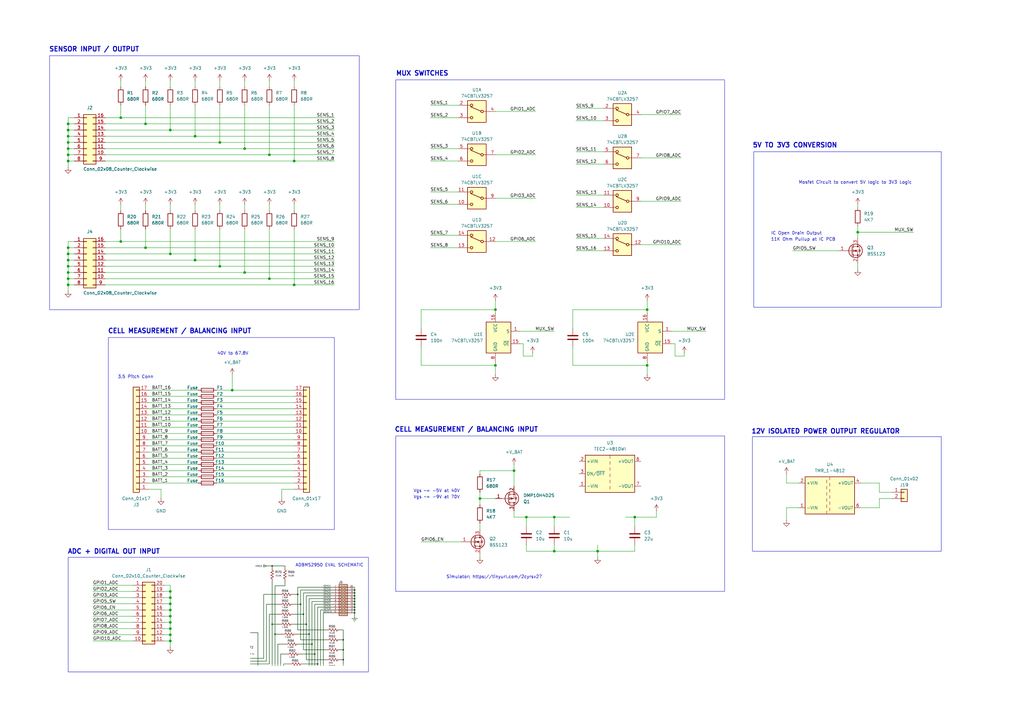
<source format=kicad_sch>
(kicad_sch (version 20231120) (generator "eeschema") (generator_version "8.0")
  (paper "A3")
  (junction (at 260.35 212.09))
  (junction (at 69.85 104.14))
  (junction (at 203.2 149.86))
  (junction (at 27.94 58.42))
  (junction (at 227.33 212.09))
  (junction (at 90.17 58.42))
  (junction (at 203.2 127))
  (junction (at 227.33 226.06))
  (junction (at 27.94 101.6))
  (junction (at 69.85 260.35))
  (junction (at 100.33 111.76))
  (junction (at 90.17 109.22))
  (junction (at 27.94 104.14))
  (junction (at 69.85 255.27))
  (junction (at 120.65 116.84))
  (junction (at 100.33 60.96))
  (junction (at 80.01 106.68))
  (junction (at 265.43 149.86))
  (junction (at 27.94 50.8))
  (junction (at 69.85 53.34))
  (junction (at 49.53 48.26))
  (junction (at 59.69 101.6))
  (junction (at 27.94 66.04))
  (junction (at 196.85 204.47))
  (junction (at 27.94 109.22))
  (junction (at 69.85 242.57))
  (junction (at 27.94 60.96))
  (junction (at 110.49 63.5))
  (junction (at 265.43 127))
  (junction (at 27.94 55.88))
  (junction (at 49.53 99.06))
  (junction (at 27.94 114.3))
  (junction (at 27.94 116.84))
  (junction (at 80.01 55.88))
  (junction (at 69.85 252.73))
  (junction (at 27.94 63.5))
  (junction (at 95.25 160.02))
  (junction (at 69.85 257.81))
  (junction (at 210.82 193.04))
  (junction (at 27.94 53.34))
  (junction (at 215.9 212.09))
  (junction (at 120.65 66.04))
  (junction (at 69.85 247.65))
  (junction (at 27.94 111.76))
  (junction (at 69.85 262.89))
  (junction (at 110.49 114.3))
  (junction (at 69.85 245.11))
  (junction (at 245.11 226.06))
  (junction (at 59.69 50.8))
  (junction (at 27.94 106.68))
  (junction (at 69.85 250.19))
  (junction (at 351.79 95.25))
  (wire (pts (xy 43.18 55.88) (xy 80.01 55.88)))
  (wire (pts (xy 60.96 162.56) (xy 81.28 162.56)))
  (wire (pts (xy 279.4 64.77) (xy 262.89 64.77)))
  (wire (pts (xy 30.48 104.14) (xy 27.94 104.14)))
  (wire (pts (xy 120.65 172.72) (xy 88.9 172.72)))
  (wire (pts (xy 365.76 201.93) (xy 360.68 201.93)))
  (wire (pts (xy 38.1 250.19) (xy 54.61 250.19)))
  (wire (pts (xy 351.79 85.09) (xy 351.79 83.82)))
  (wire (pts (xy 43.18 111.76) (xy 100.33 111.76)))
  (wire (pts (xy 80.01 43.18) (xy 80.01 55.88)))
  (wire (pts (xy 27.94 55.88) (xy 27.94 58.42)))
  (wire (pts (xy 27.94 53.34) (xy 27.94 55.88)))
  (wire (pts (xy 43.18 58.42) (xy 90.17 58.42)))
  (wire (pts (xy 120.65 83.82) (xy 120.65 86.36)))
  (wire (pts (xy 110.49 93.98) (xy 110.49 114.3)))
  (wire (pts (xy 210.82 193.04) (xy 210.82 199.39)))
  (wire (pts (xy 60.96 182.88) (xy 81.28 182.88)))
  (wire (pts (xy 100.33 43.18) (xy 100.33 60.96)))
  (wire (pts (xy 172.72 127) (xy 203.2 127)))
  (wire (pts (xy 27.94 58.42) (xy 27.94 60.96)))
  (wire (pts (xy 60.96 190.5) (xy 81.28 190.5)))
  (wire (pts (xy 88.9 165.1) (xy 120.65 165.1)))
  (wire (pts (xy 276.86 146.05) (xy 280.67 146.05)))
  (wire (pts (xy 115.57 204.47) (xy 115.57 200.66)))
  (wire (pts (xy 260.35 226.06) (xy 245.11 226.06)))
  (wire (pts (xy 27.94 50.8) (xy 27.94 53.34)))
  (wire (pts (xy 360.68 204.47) (xy 365.76 204.47)))
  (wire (pts (xy 59.69 50.8) (xy 137.16 50.8)))
  (wire (pts (xy 69.85 43.18) (xy 69.85 53.34)))
  (wire (pts (xy 27.94 106.68) (xy 27.94 109.22)))
  (wire (pts (xy 280.67 146.05) (xy 280.67 144.78)))
  (wire (pts (xy 67.31 257.81) (xy 69.85 257.81)))
  (wire (pts (xy 30.48 48.26) (xy 27.94 48.26)))
  (wire (pts (xy 69.85 83.82) (xy 69.85 86.36)))
  (wire (pts (xy 236.22 49.53) (xy 247.65 49.53)))
  (wire (pts (xy 100.33 60.96) (xy 137.16 60.96)))
  (wire (pts (xy 60.96 170.18) (xy 81.28 170.18)))
  (wire (pts (xy 49.53 93.98) (xy 49.53 99.06)))
  (wire (pts (xy 60.96 165.1) (xy 81.28 165.1)))
  (wire (pts (xy 38.1 242.57) (xy 54.61 242.57)))
  (wire (pts (xy 219.71 99.06) (xy 203.2 99.06)))
  (wire (pts (xy 351.79 95.25) (xy 351.79 97.79)))
  (wire (pts (xy 27.94 109.22) (xy 27.94 111.76)))
  (wire (pts (xy 120.65 170.18) (xy 88.9 170.18)))
  (wire (pts (xy 227.33 135.89) (xy 213.36 135.89)))
  (wire (pts (xy 60.96 200.66) (xy 66.04 200.66)))
  (wire (pts (xy 43.18 50.8) (xy 59.69 50.8)))
  (wire (pts (xy 289.56 135.89) (xy 275.59 135.89)))
  (wire (pts (xy 260.35 212.09) (xy 269.24 212.09)))
  (wire (pts (xy 279.4 82.55) (xy 262.89 82.55)))
  (wire (pts (xy 110.49 63.5) (xy 137.16 63.5)))
  (wire (pts (xy 196.85 201.93) (xy 196.85 204.47)))
  (wire (pts (xy 269.24 209.55) (xy 269.24 212.09)))
  (wire (pts (xy 90.17 109.22) (xy 137.16 109.22)))
  (wire (pts (xy 90.17 33.02) (xy 90.17 35.56)))
  (wire (pts (xy 90.17 43.18) (xy 90.17 58.42)))
  (wire (pts (xy 236.22 102.87) (xy 247.65 102.87)))
  (wire (pts (xy 49.53 99.06) (xy 137.16 99.06)))
  (wire (pts (xy 172.72 127) (xy 172.72 134.62)))
  (wire (pts (xy 234.95 142.24) (xy 234.95 149.86)))
  (wire (pts (xy 360.68 208.28) (xy 353.06 208.28)))
  (wire (pts (xy 69.85 240.03) (xy 69.85 242.57)))
  (wire (pts (xy 172.72 149.86) (xy 203.2 149.86)))
  (wire (pts (xy 60.96 193.04) (xy 81.28 193.04)))
  (wire (pts (xy 27.94 104.14) (xy 27.94 106.68)))
  (wire (pts (xy 120.65 193.04) (xy 88.9 193.04)))
  (wire (pts (xy 227.33 212.09) (xy 227.33 215.9)))
  (wire (pts (xy 247.65 80.01) (xy 236.22 80.01)))
  (wire (pts (xy 49.53 48.26) (xy 137.16 48.26)))
  (wire (pts (xy 30.48 109.22) (xy 27.94 109.22)))
  (wire (pts (xy 196.85 207.01) (xy 196.85 204.47)))
  (wire (pts (xy 215.9 226.06) (xy 227.33 226.06)))
  (wire (pts (xy 120.65 43.18) (xy 120.65 66.04)))
  (wire (pts (xy 214.63 140.97) (xy 214.63 146.05)))
  (wire (pts (xy 120.65 195.58) (xy 88.9 195.58)))
  (wire (pts (xy 69.85 93.98) (xy 69.85 104.14)))
  (wire (pts (xy 43.18 106.68) (xy 80.01 106.68)))
  (wire (pts (xy 69.85 247.65) (xy 69.85 250.19)))
  (wire (pts (xy 80.01 83.82) (xy 80.01 86.36)))
  (wire (pts (xy 227.33 226.06) (xy 245.11 226.06)))
  (wire (pts (xy 43.18 109.22) (xy 90.17 109.22)))
  (wire (pts (xy 215.9 212.09) (xy 215.9 215.9)))
  (wire (pts (xy 203.2 148.59) (xy 203.2 149.86)))
  (wire (pts (xy 210.82 190.5) (xy 210.82 193.04)))
  (wire (pts (xy 176.53 96.52) (xy 187.96 96.52)))
  (wire (pts (xy 69.85 252.73) (xy 69.85 255.27)))
  (wire (pts (xy 276.86 140.97) (xy 276.86 146.05)))
  (wire (pts (xy 80.01 55.88) (xy 137.16 55.88)))
  (wire (pts (xy 203.2 149.86) (xy 203.2 153.67)))
  (wire (pts (xy 176.53 101.6) (xy 187.96 101.6)))
  (wire (pts (xy 100.33 33.02) (xy 100.33 35.56)))
  (wire (pts (xy 210.82 209.55) (xy 210.82 212.09)))
  (wire (pts (xy 120.65 175.26) (xy 88.9 175.26)))
  (wire (pts (xy 67.31 240.03) (xy 69.85 240.03)))
  (wire (pts (xy 374.65 95.25) (xy 351.79 95.25)))
  (wire (pts (xy 38.1 255.27) (xy 54.61 255.27)))
  (wire (pts (xy 60.96 198.12) (xy 81.28 198.12)))
  (wire (pts (xy 322.58 198.12) (xy 327.66 198.12)))
  (wire (pts (xy 344.17 102.87) (xy 325.12 102.87)))
  (wire (pts (xy 67.31 252.73) (xy 69.85 252.73)))
  (wire (pts (xy 227.33 212.09) (xy 233.68 212.09)))
  (wire (pts (xy 27.94 111.76) (xy 27.94 114.3)))
  (wire (pts (xy 110.49 43.18) (xy 110.49 63.5)))
  (wire (pts (xy 120.65 177.8) (xy 88.9 177.8)))
  (wire (pts (xy 265.43 128.27) (xy 265.43 127)))
  (wire (pts (xy 120.65 187.96) (xy 88.9 187.96)))
  (wire (pts (xy 176.53 48.26) (xy 187.96 48.26)))
  (wire (pts (xy 236.22 44.45) (xy 247.65 44.45)))
  (wire (pts (xy 30.48 111.76) (xy 27.94 111.76)))
  (wire (pts (xy 49.53 43.18) (xy 49.53 48.26)))
  (wire (pts (xy 27.94 101.6) (xy 27.94 104.14)))
  (wire (pts (xy 120.65 185.42) (xy 88.9 185.42)))
  (wire (pts (xy 43.18 99.06) (xy 49.53 99.06)))
  (wire (pts (xy 69.85 53.34) (xy 137.16 53.34)))
  (wire (pts (xy 30.48 50.8) (xy 27.94 50.8)))
  (wire (pts (xy 196.85 204.47) (xy 203.2 204.47)))
  (wire (pts (xy 43.18 53.34) (xy 69.85 53.34)))
  (wire (pts (xy 245.11 223.52) (xy 245.11 226.06)))
  (wire (pts (xy 100.33 111.76) (xy 137.16 111.76)))
  (wire (pts (xy 38.1 260.35) (xy 54.61 260.35)))
  (wire (pts (xy 67.31 250.19) (xy 69.85 250.19)))
  (wire (pts (xy 88.9 167.64) (xy 120.65 167.64)))
  (wire (pts (xy 234.95 149.86) (xy 265.43 149.86)))
  (wire (pts (xy 120.65 198.12) (xy 88.9 198.12)))
  (wire (pts (xy 60.96 177.8) (xy 81.28 177.8)))
  (wire (pts (xy 60.96 160.02) (xy 81.28 160.02)))
  (wire (pts (xy 236.22 97.79) (xy 247.65 97.79)))
  (wire (pts (xy 38.1 262.89) (xy 54.61 262.89)))
  (wire (pts (xy 110.49 33.02) (xy 110.49 35.56)))
  (wire (pts (xy 215.9 212.09) (xy 227.33 212.09)))
  (wire (pts (xy 60.96 167.64) (xy 81.28 167.64)))
  (wire (pts (xy 227.33 223.52) (xy 227.33 226.06)))
  (wire (pts (xy 256.54 212.09) (xy 260.35 212.09)))
  (wire (pts (xy 115.57 200.66) (xy 120.65 200.66)))
  (wire (pts (xy 67.31 260.35) (xy 69.85 260.35)))
  (wire (pts (xy 120.65 180.34) (xy 88.9 180.34)))
  (wire (pts (xy 260.35 212.09) (xy 260.35 215.9)))
  (wire (pts (xy 213.36 140.97) (xy 214.63 140.97)))
  (wire (pts (xy 247.65 67.31) (xy 236.22 67.31)))
  (wire (pts (xy 172.72 142.24) (xy 172.72 149.86)))
  (wire (pts (xy 196.85 214.63) (xy 196.85 217.17)))
  (wire (pts (xy 69.85 260.35) (xy 69.85 262.89)))
  (wire (pts (xy 176.53 66.04) (xy 187.96 66.04)))
  (wire (pts (xy 59.69 33.02) (xy 59.69 35.56)))
  (wire (pts (xy 360.68 204.47) (xy 360.68 208.28)))
  (wire (pts (xy 100.33 93.98) (xy 100.33 111.76)))
  (wire (pts (xy 80.01 93.98) (xy 80.01 106.68)))
  (wire (pts (xy 176.53 43.18) (xy 187.96 43.18)))
  (wire (pts (xy 27.94 48.26) (xy 27.94 50.8)))
  (wire (pts (xy 234.95 127) (xy 265.43 127)))
  (wire (pts (xy 214.63 146.05) (xy 218.44 146.05)))
  (wire (pts (xy 100.33 83.82) (xy 100.33 86.36)))
  (wire (pts (xy 210.82 212.09) (xy 215.9 212.09)))
  (wire (pts (xy 110.49 114.3) (xy 137.16 114.3)))
  (wire (pts (xy 90.17 93.98) (xy 90.17 109.22)))
  (wire (pts (xy 172.72 222.25) (xy 189.23 222.25)))
  (wire (pts (xy 265.43 123.19) (xy 265.43 127)))
  (wire (pts (xy 351.79 110.49) (xy 351.79 107.95)))
  (wire (pts (xy 59.69 93.98) (xy 59.69 101.6)))
  (wire (pts (xy 322.58 208.28) (xy 322.58 213.36)))
  (wire (pts (xy 27.94 116.84) (xy 30.48 116.84)))
  (wire (pts (xy 69.85 242.57) (xy 69.85 245.11)))
  (wire (pts (xy 69.85 104.14) (xy 137.16 104.14)))
  (wire (pts (xy 59.69 43.18) (xy 59.69 50.8)))
  (wire (pts (xy 110.49 83.82) (xy 110.49 86.36)))
  (wire (pts (xy 69.85 255.27) (xy 69.85 257.81)))
  (wire (pts (xy 38.1 247.65) (xy 54.61 247.65)))
  (wire (pts (xy 27.94 99.06) (xy 27.94 101.6)))
  (wire (pts (xy 27.94 66.04) (xy 27.94 68.58)))
  (wire (pts (xy 90.17 83.82) (xy 90.17 86.36)))
  (wire (pts (xy 203.2 127) (xy 203.2 128.27)))
  (wire (pts (xy 88.9 160.02) (xy 95.25 160.02)))
  (wire (pts (xy 38.1 245.11) (xy 54.61 245.11)))
  (wire (pts (xy 90.17 58.42) (xy 137.16 58.42)))
  (wire (pts (xy 120.65 190.5) (xy 88.9 190.5)))
  (wire (pts (xy 120.65 66.04) (xy 137.16 66.04)))
  (wire (pts (xy 69.85 250.19) (xy 69.85 252.73)))
  (wire (pts (xy 95.25 160.02) (xy 95.25 153.67)))
  (wire (pts (xy 49.53 83.82) (xy 49.53 86.36)))
  (wire (pts (xy 69.85 245.11) (xy 69.85 247.65)))
  (wire (pts (xy 38.1 240.03) (xy 54.61 240.03)))
  (wire (pts (xy 247.65 85.09) (xy 236.22 85.09)))
  (wire (pts (xy 38.1 257.81) (xy 54.61 257.81)))
  (wire (pts (xy 120.65 182.88) (xy 88.9 182.88)))
  (wire (pts (xy 260.35 223.52) (xy 260.35 226.06)))
  (wire (pts (xy 67.31 255.27) (xy 69.85 255.27)))
  (wire (pts (xy 69.85 262.89) (xy 69.85 265.43)))
  (wire (pts (xy 43.18 116.84) (xy 120.65 116.84)))
  (wire (pts (xy 30.48 106.68) (xy 27.94 106.68)))
  (wire (pts (xy 60.96 172.72) (xy 81.28 172.72)))
  (wire (pts (xy 30.48 101.6) (xy 27.94 101.6)))
  (wire (pts (xy 43.18 66.04) (xy 120.65 66.04)))
  (wire (pts (xy 67.31 262.89) (xy 69.85 262.89)))
  (wire (pts (xy 196.85 228.6) (xy 196.85 227.33)))
  (wire (pts (xy 265.43 148.59) (xy 265.43 149.86)))
  (wire (pts (xy 30.48 55.88) (xy 27.94 55.88)))
  (wire (pts (xy 43.18 60.96) (xy 100.33 60.96)))
  (wire (pts (xy 43.18 104.14) (xy 69.85 104.14)))
  (wire (pts (xy 120.65 93.98) (xy 120.65 116.84)))
  (wire (pts (xy 219.71 45.72) (xy 203.2 45.72)))
  (wire (pts (xy 360.68 198.12) (xy 353.06 198.12)))
  (wire (pts (xy 203.2 123.19) (xy 203.2 127)))
  (wire (pts (xy 27.94 63.5) (xy 27.94 66.04)))
  (wire (pts (xy 120.65 116.84) (xy 137.16 116.84)))
  (wire (pts (xy 279.4 46.99) (xy 262.89 46.99)))
  (wire (pts (xy 95.25 160.02) (xy 120.65 160.02)))
  (wire (pts (xy 66.04 204.47) (xy 66.04 200.66)))
  (wire (pts (xy 360.68 201.93) (xy 360.68 198.12)))
  (wire (pts (xy 80.01 33.02) (xy 80.01 35.56)))
  (wire (pts (xy 30.48 99.06) (xy 27.94 99.06)))
  (wire (pts (xy 27.94 66.04) (xy 30.48 66.04)))
  (wire (pts (xy 59.69 101.6) (xy 137.16 101.6)))
  (wire (pts (xy 196.85 193.04) (xy 210.82 193.04)))
  (wire (pts (xy 67.31 247.65) (xy 69.85 247.65)))
  (wire (pts (xy 27.94 116.84) (xy 27.94 119.38)))
  (wire (pts (xy 43.18 48.26) (xy 49.53 48.26)))
  (wire (pts (xy 60.96 175.26) (xy 81.28 175.26)))
  (wire (pts (xy 176.53 83.82) (xy 187.96 83.82)))
  (wire (pts (xy 322.58 194.31) (xy 322.58 198.12)))
  (wire (pts (xy 49.53 33.02) (xy 49.53 35.56)))
  (wire (pts (xy 69.85 257.81) (xy 69.85 260.35)))
  (wire (pts (xy 88.9 162.56) (xy 120.65 162.56)))
  (wire (pts (xy 176.53 78.74) (xy 187.96 78.74)))
  (wire (pts (xy 196.85 193.04) (xy 196.85 194.31)))
  (wire (pts (xy 59.69 83.82) (xy 59.69 86.36)))
  (wire (pts (xy 67.31 242.57) (xy 69.85 242.57)))
  (wire (pts (xy 351.79 95.25) (xy 351.79 92.71)))
  (wire (pts (xy 30.48 53.34) (xy 27.94 53.34)))
  (wire (pts (xy 219.71 63.5) (xy 203.2 63.5)))
  (wire (pts (xy 43.18 63.5) (xy 110.49 63.5)))
  (wire (pts (xy 27.94 60.96) (xy 27.94 63.5)))
  (wire (pts (xy 30.48 58.42) (xy 27.94 58.42)))
  (wire (pts (xy 218.44 146.05) (xy 218.44 144.78)))
  (wire (pts (xy 60.96 180.34) (xy 81.28 180.34)))
  (wire (pts (xy 234.95 134.62) (xy 234.95 127)))
  (wire (pts (xy 69.85 33.02) (xy 69.85 35.56)))
  (wire (pts (xy 30.48 114.3) (xy 27.94 114.3)))
  (wire (pts (xy 176.53 60.96) (xy 187.96 60.96)))
  (wire (pts (xy 327.66 208.28) (xy 322.58 208.28)))
  (wire (pts (xy 30.48 63.5) (xy 27.94 63.5)))
  (wire (pts (xy 38.1 252.73) (xy 54.61 252.73)))
  (wire (pts (xy 60.96 187.96) (xy 81.28 187.96)))
  (wire (pts (xy 275.59 140.97) (xy 276.86 140.97)))
  (wire (pts (xy 30.48 60.96) (xy 27.94 60.96)))
  (wire (pts (xy 279.4 100.33) (xy 262.89 100.33)))
  (wire (pts (xy 120.65 33.02) (xy 120.65 35.56)))
  (wire (pts (xy 67.31 245.11) (xy 69.85 245.11)))
  (wire (pts (xy 60.96 195.58) (xy 81.28 195.58)))
  (wire (pts (xy 247.65 62.23) (xy 236.22 62.23)))
  (wire (pts (xy 43.18 114.3) (xy 110.49 114.3)))
  (wire (pts (xy 80.01 106.68) (xy 137.16 106.68)))
  (wire (pts (xy 43.18 101.6) (xy 59.69 101.6)))
  (wire (pts (xy 215.9 223.52) (xy 215.9 226.06)))
  (wire (pts (xy 27.94 114.3) (xy 27.94 116.84)))
  (wire (pts (xy 219.71 81.28) (xy 203.2 81.28)))
  (wire (pts (xy 60.96 185.42) (xy 81.28 185.42)))
  (wire (pts (xy 265.43 149.86) (xy 265.43 153.67)))
  (wire (pts (xy 245.11 228.6) (xy 245.11 226.06)))
  (rectangle (start 162.306 178.816) (end 297.18 242.57))
  (rectangle (start 27.94 228.6) (end 151.13 275.59))
  (rectangle (start 309.118 62.23) (end 386.08 125.984))
  (rectangle (start 162.306 32.766) (end 297.18 163.83))
  (rectangle (start 44.45 138.43) (end 137.16 217.17))
  (rectangle (start 20.32 22.86) (end 147.32 127))
  (rectangle (start 308.61 179.07) (end 386.08 226.06))
  (image (at 125.73 251.46) (scale 0.377267))
  (text "11K Ohm Pullup at IC PCB" (at 329.438 98.298 0) (effects (font (size 1.27 1.27))))
  (text "Vgs ~= -5V at 40V " (at 179.578 201.422 0) (effects (font (size 1.27 1.27))))
  (text "SENSOR INPUT / OUTPUT" (at 20.066 20.32 0) (effects (font (size 1.905 1.905) (thickness 0.381) (bold yes)) (justify left)))
  (text "ADBMS2950 EVAL SCHEMATIC" (at 135.128 231.902 0) (effects (font (size 1.27 1.27))))
  (text "CELL MEASUREMENT / BALANCING INPUT" (at 161.798 176.276 0) (effects (font (size 1.905 1.905) (thickness 0.381) (bold yes)) (justify left)))
  (text "40V to 67.8V" (at 95.504 145.034 0) (effects (font (size 1.27 1.27))))
  (text "12V ISOLATED POWER OUTPUT REGULATOR" (at 308.102 177.038 0) (effects (font (size 1.905 1.905) (thickness 0.381) (bold yes)) (justify left)))
  (text "3.5 Pitch Conn" (at 55.626 154.686 0) (effects (font (size 1.27 1.27))))
  (text "IC Open Drain Output" (at 326.644 95.758 0) (effects (font (size 1.27 1.27))))
  (text "ADC + DIGITAL OUT INPUT" (at 27.686 226.314 0) (effects (font (size 1.905 1.905) (thickness 0.381) (bold yes)) (justify left)))
  (text "Vgs ~= -9V at 70V " (at 179.578 203.962 0) (effects (font (size 1.27 1.27))))
  (text "Mosfet Circuit to convert 5V logic to 3V3 Logic" (at 350.774 74.93 0) (effects (font (size 1.27 1.27))))
  (text "MUX SWITCHES" (at 162.306 30.226 0) (effects (font (size 1.905 1.905) (thickness 0.381) (bold yes)) (justify left)))
  (text "Simulator: https://tinyurl.com/2cyrsv27" (at 202.692 236.728 0) (effects (font (size 1.27 1.27))))
  (text "CELL MEASUREMENT / BALANCING INPUT" (at 44.196 135.89 0) (effects (font (size 1.905 1.905) (thickness 0.381) (bold yes)) (justify left)))
  (text "5V TO 3V3 CONVERSION" (at 308.61 59.69 0) (effects (font (size 1.905 1.905) (thickness 0.381) (bold yes)) (justify left)))
  (label "SENS_11" (at 236.22 62.23 0))
  (label "GPIO5_SW" (at 38.1 247.65 0))
  (label "BATT_2" (at 62.23 195.58 0))
  (label "BATT_1" (at 62.23 198.12 0))
  (label "GPIO2_ADC" (at 219.71 63.5 180))
  (label "BATT_6" (at 62.23 185.42 0))
  (label "SENS_7" (at 137.16 63.5 180))
  (label "GPIO2_ADC" (at 38.1 242.57 0))
  (label "GPIO1_ADC" (at 38.1 240.03 0))
  (label "SENS_10" (at 137.16 101.6 180))
  (label "BATT_16" (at 62.23 160.02 0))
  (label "SENS_6" (at 137.16 60.96 180))
  (label "SENS_3" (at 176.53 60.96 0))
  (label "SENS_6" (at 176.53 83.82 0))
  (label "SENS_16" (at 236.22 102.87 0))
  (label "SENS_12" (at 236.22 67.31 0))
  (label "SENS_2" (at 137.16 50.8 180))
  (label "BATT_15" (at 62.23 162.56 0))
  (label "SENS_14" (at 236.22 85.09 0))
  (label "SENS_9" (at 137.16 99.06 180))
  (label "SENS_5" (at 137.16 58.42 180))
  (label "SENS_2" (at 176.53 48.26 0))
  (label "GPIO5_SW" (at 325.12 102.87 0))
  (label "SENS_14" (at 137.16 111.76 180))
  (label "SENS_13" (at 137.16 109.22 180))
  (label "BATT_13" (at 62.23 167.64 0))
  (label "BATT_8" (at 62.23 180.34 0))
  (label "BATT_14" (at 62.23 165.1 0))
  (label "GPIO8_ADC" (at 38.1 257.81 0))
  (label "SENS_11" (at 137.16 104.14 180))
  (label "GPIO3_ADC" (at 219.71 81.28 180))
  (label "GPIO6_EN" (at 172.72 222.25 0))
  (label "GPIO3_ADC" (at 38.1 245.11 0))
  (label "MUX_SW" (at 289.56 135.89 180))
  (label "SENS_13" (at 236.22 80.01 0))
  (label "MUX_SW" (at 374.65 95.25 180))
  (label "MUX_SW" (at 227.33 135.89 180))
  (label "BATT_12" (at 62.23 170.18 0))
  (label "BATT_3" (at 62.23 193.04 0))
  (label "SENS_10" (at 236.22 49.53 0))
  (label "SENS_12" (at 137.16 106.68 180))
  (label "SENS_3" (at 137.16 53.34 180))
  (label "SENS_15" (at 236.22 97.79 0))
  (label "GPIO6_ADC" (at 38.1 252.73 0))
  (label "SENS_16" (at 137.16 116.84 180))
  (label "SENS_9" (at 236.22 44.45 0))
  (label "GPIO6_EN" (at 38.1 250.19 0))
  (label "SENS_8" (at 176.53 101.6 0))
  (label "GPIO1_ADC" (at 219.71 45.72 180))
  (label "SENS_4" (at 176.53 66.04 0))
  (label "SENS_15" (at 137.16 114.3 180))
  (label "GPIO10_ADC" (at 279.4 100.33 180))
  (label "GPIO6_ADC" (at 219.71 99.06 180))
  (label "GPIO10_ADC" (at 38.1 262.89 0))
  (label "SENS_1" (at 137.16 48.26 180))
  (label "SENS_7" (at 176.53 96.52 0))
  (label "BATT_9" (at 62.23 177.8 0))
  (label "SENS_1" (at 176.53 43.18 0))
  (label "SENS_4" (at 137.16 55.88 180))
  (label "GPIO7_ADC" (at 279.4 46.99 180))
  (label "BATT_5" (at 62.23 187.96 0))
  (label "GPIO9_ADC" (at 38.1 260.35 0))
  (label "BATT_10" (at 62.23 175.26 0))
  (label "GPIO7_ADC" (at 38.1 255.27 0))
  (label "SENS_8" (at 137.16 66.04 180))
  (label "GPIO8_ADC" (at 279.4 64.77 180))
  (label "BATT_11" (at 62.23 172.72 0))
  (label "SENS_5" (at 176.53 78.74 0))
  (label "BATT_7" (at 62.23 182.88 0))
  (label "GPIO9_ADC" (at 279.4 82.55 180))
  (label "BATT_4" (at 62.23 190.5 0))
  (symbol (lib_id "Device:Fuse") (at 85.09 190.5 90) (unit 1)
    (property "Reference" "F13" (at 90.17 189.484 90))
    (property "Value" "Fuse" (at 78.994 189.484 90))
    (property "Description" "Fuse" (effects (hide yes)))
  )
  (symbol (lib_id "Device:C") (at 215.9 219.71 0) (unit 1)
    (property "Reference" "C2" (at 219.71 218.4399 0) (effects (justify left)))
    (property "Value" "10u" (at 219.71 220.9799 0) (effects (justify left)))
    (property "Description" "Unpolarized capacitor" (effects (hide yes)))
  )
  (symbol (lib_id "power:+3V3") (at 90.17 33.02 0) (unit 1)
    (property "Reference" "#PWR03" (effects (hide yes)))
    (property "Value" "+3V3" (at 90.17 27.94 0))
    (property "Description" "Power symbol creates a global label with name \"+3V3\"" (effects (hide yes)))
  )
  (symbol (lib_id "power:+3V3") (at 203.2 123.19 0) (unit 1)
    (property "Reference" "#PWR039" (effects (hide yes)))
    (property "Value" "+3V3" (at 203.2 118.11 0))
    (property "Description" "Power symbol creates a global label with name \"+3V3\"" (effects (hide yes)))
  )
  (symbol (lib_id "power:+3V3") (at 269.24 209.55 0) (unit 1)
    (property "Reference" "#PWR033" (effects (hide yes)))
    (property "Value" "+3V3" (at 269.24 204.47 0))
    (property "Description" "Power symbol creates a global label with name \"+3V3\"" (effects (hide yes)))
  )
  (symbol (lib_id "power:GND") (at 322.58 213.36 0) (mirror y) (unit 1)
    (property "Reference" "#PWR049" (effects (hide yes)))
    (property "Value" "GND" (effects (hide yes)))
    (property "Description" "Power symbol creates a global label with name \"GND\" , ground" (effects (hide yes)))
  )
  (symbol (lib_id "Device:Fuse") (at 85.09 180.34 90) (unit 1)
    (property "Reference" "F9" (at 90.17 179.324 90))
    (property "Value" "Fuse" (at 78.994 179.324 90))
    (property "Description" "Fuse" (effects (hide yes)))
  )
  (symbol (lib_id "Connector_Generic:Conn_01x17") (at 125.73 180.34 0) (mirror x) (unit 1)
    (property "Reference" "J5" (at 125.73 207.01 0))
    (property "Value" "Conn_01x17" (at 125.73 204.47 0))
    (property "Description" "Generic connector, single row, 01x17, script generated (kicad-library-utils/schlib/autogen/connector/)" (effects (hide yes)))
  )
  (symbol (lib_id "power:+3V3") (at 280.67 144.78 0) (unit 1)
    (property "Reference" "#PWR044" (effects (hide yes)))
    (property "Value" "+3V3" (at 280.67 139.7 0))
    (property "Description" "Power symbol creates a global label with name \"+3V3\"" (effects (hide yes)))
  )
  (symbol (lib_id "power:GND") (at 351.79 110.49 0) (mirror y) (unit 1)
    (property "Reference" "#PWR045" (effects (hide yes)))
    (property "Value" "GND" (effects (hide yes)))
    (property "Description" "Power symbol creates a global label with name \"GND\" , ground" (effects (hide yes)))
  )
  (symbol (lib_id "Device:R") (at 110.49 39.37 180) (unit 1)
    (property "Reference" "R7" (at 113.03 38.0999 0) (effects (justify right)))
    (property "Value" "680R" (at 113.03 40.6399 0) (effects (justify right)))
    (property "Description" "Resistor" (effects (hide yes)))
  )
  (symbol (lib_id "Device:R") (at 100.33 39.37 180) (unit 1)
    (property "Reference" "R6" (at 102.87 38.0999 0) (effects (justify right)))
    (property "Value" "680R" (at 102.87 40.6399 0) (effects (justify right)))
    (property "Description" "Resistor" (effects (hide yes)))
  )
  (symbol (lib_id "power:GND") (at 69.85 265.43 0) (mirror y) (unit 1)
    (property "Reference" "#PWR038" (effects (hide yes)))
    (property "Value" "GND" (effects (hide yes)))
    (property "Description" "Power symbol creates a global label with name \"GND\" , ground" (effects (hide yes)))
  )
  (symbol (lib_id "Device:R") (at 196.85 198.12 180) (unit 1)
    (property "Reference" "R17" (at 199.39 196.8499 0) (effects (justify right)))
    (property "Value" "680R" (at 199.39 199.3899 0) (effects (justify right)))
    (property "Description" "Resistor" (effects (hide yes)))
  )
  (symbol (lib_id "Device:R") (at 49.53 39.37 180) (unit 1)
    (property "Reference" "R1" (at 52.07 38.0999 0) (effects (justify right)))
    (property "Value" "680R" (at 52.07 40.6399 0) (effects (justify right)))
    (property "Description" "Resistor" (effects (hide yes)))
  )
  (symbol (lib_id "power:+3V3") (at 49.53 33.02 0) (unit 1)
    (property "Reference" "#PWR017" (effects (hide yes)))
    (property "Value" "+3V3" (at 49.53 27.94 0))
    (property "Description" "Power symbol creates a global label with name \"+3V3\"" (effects (hide yes)))
  )
  (symbol (lib_id "Device:Fuse") (at 85.09 185.42 90) (unit 1)
    (property "Reference" "F11" (at 90.17 184.404 90))
    (property "Value" "Fuse" (at 78.994 184.404 90))
    (property "Description" "Fuse" (effects (hide yes)))
  )
  (symbol (lib_id "74xx:74CBTLV3257") (at 195.58 45.72 0) (mirror y) (unit 1)
    (property "Reference" "U1" (at 195.58 36.83 0))
    (property "Value" "74CBTLV3257" (at 195.58 39.37 0))
    (property "Datasheet" "http://www.ti.com/lit/ds/symlink/sn74cbtlv3257.pdf" (effects (hide yes)))
    (property "Description" "Quad 1:2 FET Multiplexer/Demultiplexer, Low-Voltage" (effects (hide yes)))
  )
  (symbol (lib_id "power:+3V3") (at 80.01 83.82 0) (unit 1)
    (property "Reference" "#PWR012" (effects (hide yes)))
    (property "Value" "+3V3" (at 80.01 78.74 0))
    (property "Description" "Power symbol creates a global label with name \"+3V3\"" (effects (hide yes)))
  )
  (symbol (lib_id "power:+3V3") (at 210.82 190.5 0) (unit 1)
    (property "Reference" "#PWR036" (effects (hide yes)))
    (property "Value" "+V_BAT" (at 210.82 185.42 0))
    (property "Description" "Power symbol creates a global label with name \"+3V3\"" (effects (hide yes)))
  )
  (symbol (lib_id "Transistor_FET:BSS123") (at 349.25 102.87 0) (unit 1)
    (property "Reference" "Q3" (at 355.6 101.5999 0) (effects (justify left)))
    (property "Value" "BSS123" (at 355.6 104.1399 0) (effects (justify left)))
    (property "Footprint" "Package_TO_SOT_SMD:SOT-23" (effects (hide yes)))
    (property "Datasheet" "http://www.diodes.com/assets/Datasheets/ds30366.pdf" (effects (hide yes)))
    (property "Description" "0.17A Id, 100V Vds, N-Channel MOSFET, SOT-23" (effects (hide yes)))
  )
  (symbol (lib_id "Converter_DCDC:TEC2-4810WI") (at 250.19 194.31 0) (unit 1)
    (property "Reference" "U3" (at 250.19 181.61 0))
    (property "Value" "TEC2-4810WI" (at 250.19 184.15 0))
    (property "Footprint" "Converter_DCDC:Converter_DCDC_TRACO_TMR-xxxx_THT" (effects (hide yes)))
    (property "Datasheet" "https://www.tracopower.com/products/tec2wi.pdf" (effects (hide yes)))
    (property "Description" "500mA Regulated 2W DC/DC converter with 1.5kV isolation, 18V-75V input, 3.3V fixed Output Voltage, SIP-8" (effects (hide yes)))
  )
  (symbol (lib_id "74xx:74CBTLV3257") (at 265.43 138.43 0) (mirror y) (unit 5)
    (property "Reference" "U2" (at 260.35 137.1599 0) (effects (justify left)))
    (property "Value" "74CBTLV3257" (at 260.35 139.6999 0) (effects (justify left)))
    (property "Datasheet" "http://www.ti.com/lit/ds/symlink/sn74cbtlv3257.pdf" (effects (hide yes)))
    (property "Description" "Quad 1:2 FET Multiplexer/Demultiplexer, Low-Voltage" (effects (hide yes)))
  )
  (symbol (lib_id "Device:C") (at 172.72 138.43 0) (unit 1)
    (property "Reference" "C4" (at 176.53 137.1599 0) (effects (justify left)))
    (property "Value" "100n" (at 176.53 139.6999 0) (effects (justify left)))
    (property "Description" "Unpolarized capacitor" (effects (hide yes)))
  )
  (symbol (lib_id "power:+3V3") (at 95.25 153.67 0) (unit 1)
    (property "Reference" "#PWR021" (effects (hide yes)))
    (property "Value" "+V_BAT" (at 95.25 148.59 0))
    (property "Description" "Power symbol creates a global label with name \"+3V3\"" (effects (hide yes)))
  )
  (symbol (lib_id "Device:R") (at 351.79 88.9 180) (unit 1)
    (property "Reference" "R19" (at 354.33 87.6299 0) (effects (justify right)))
    (property "Value" "4K7" (at 354.33 90.1699 0) (effects (justify right)))
    (property "Description" "Resistor" (effects (hide yes)))
  )
  (symbol (lib_id "74xx:74CBTLV3257") (at 255.27 100.33 0) (mirror y) (unit 4)
    (property "Reference" "U2" (at 255.27 91.44 0))
    (property "Value" "74CBTLV3257" (at 255.27 93.98 0))
    (property "Datasheet" "http://www.ti.com/lit/ds/symlink/sn74cbtlv3257.pdf" (effects (hide yes)))
    (property "Description" "Quad 1:2 FET Multiplexer/Demultiplexer, Low-Voltage" (effects (hide yes)))
  )
  (symbol (lib_id "Device:R") (at 90.17 90.17 180) (unit 1)
    (property "Reference" "R24" (at 92.71 88.8999 0) (effects (justify right)))
    (property "Value" "680R" (at 92.71 91.4399 0) (effects (justify right)))
    (property "Description" "Resistor" (effects (hide yes)))
  )
  (symbol (lib_id "power:+3V3") (at 100.33 83.82 0) (unit 1)
    (property "Reference" "#PWR014" (effects (hide yes)))
    (property "Value" "+3V3" (at 100.33 78.74 0))
    (property "Description" "Power symbol creates a global label with name \"+3V3\"" (effects (hide yes)))
  )
  (symbol (lib_id "power:+3V3") (at 120.65 83.82 0) (unit 1)
    (property "Reference" "#PWR016" (effects (hide yes)))
    (property "Value" "+3V3" (at 120.65 78.74 0))
    (property "Description" "Power symbol creates a global label with name \"+3V3\"" (effects (hide yes)))
  )
  (symbol (lib_id "power:+3V3") (at 69.85 83.82 0) (unit 1)
    (property "Reference" "#PWR011" (effects (hide yes)))
    (property "Value" "+3V3" (at 69.85 78.74 0))
    (property "Description" "Power symbol creates a global label with name \"+3V3\"" (effects (hide yes)))
  )
  (symbol (lib_id "Device:R") (at 110.49 90.17 180) (unit 1)
    (property "Reference" "R26" (at 113.03 88.8999 0) (effects (justify right)))
    (property "Value" "680R" (at 113.03 91.4399 0) (effects (justify right)))
    (property "Description" "Resistor" (effects (hide yes)))
  )
  (symbol (lib_id "Regulator_Switching:TMR_1-4812") (at 340.36 203.2 0) (unit 1)
    (property "Reference" "U4" (at 340.36 190.5 0))
    (property "Value" "TMR_1-4812" (at 340.36 193.04 0))
    (property "Footprint" "Converter_DCDC:Converter_DCDC_TRACO_TMR-1-xxxx_Single_THT" (effects (hide yes)))
    (property "Datasheet" "http://assets.tracopower.com/TMR1/documents/tmr1-datasheet.pdf" (effects (hide yes)))
    (property "Description" "83mA Regulated 1W DC/DC converter with 1.5kV isolation, 36V-75V input, 12V fixed Output Voltage, SIP-6" (effects (hide yes)))
  )
  (symbol (lib_id "74xx:74CBTLV3257") (at 195.58 81.28 0) (mirror y) (unit 3)
    (property "Reference" "U1" (at 195.58 72.39 0))
    (property "Value" "74CBTLV3257" (at 195.58 74.93 0))
    (property "Datasheet" "http://www.ti.com/lit/ds/symlink/sn74cbtlv3257.pdf" (effects (hide yes)))
    (property "Description" "Quad 1:2 FET Multiplexer/Demultiplexer, Low-Voltage" (effects (hide yes)))
  )
  (symbol (lib_id "Device:R") (at 69.85 90.17 180) (unit 1)
    (property "Reference" "R22" (at 72.39 88.8999 0) (effects (justify right)))
    (property "Value" "680R" (at 72.39 91.4399 0) (effects (justify right)))
    (property "Description" "Resistor" (effects (hide yes)))
  )
  (symbol (lib_id "Device:Fuse") (at 85.09 172.72 90) (unit 1)
    (property "Reference" "F6" (at 90.17 171.704 90))
    (property "Value" "Fuse" (at 78.994 171.704 90))
    (property "Description" "Fuse" (effects (hide yes)))
  )
  (symbol (lib_id "power:+3V3") (at 49.53 83.82 0) (unit 1)
    (property "Reference" "#PWR09" (effects (hide yes)))
    (property "Value" "+3V3" (at 49.53 78.74 0))
    (property "Description" "Power symbol creates a global label with name \"+3V3\"" (effects (hide yes)))
  )
  (symbol (lib_id "Connector_Generic:Conn_01x02") (at 370.84 201.93 0) (unit 1)
    (property "Reference" "J19" (at 370.84 198.882 0))
    (property "Value" "Conn_01x02" (at 370.84 196.342 0))
    (property "Description" "Generic connector, single row, 01x02, script generated (kicad-library-utils/schlib/autogen/connector/)" (effects (hide yes)))
  )
  (symbol (lib_id "Transistor_FET:BSS123") (at 194.31 222.25 0) (unit 1)
    (property "Reference" "Q2" (at 200.66 220.9799 0) (effects (justify left)))
    (property "Value" "BSS123" (at 200.66 223.5199 0) (effects (justify left)))
    (property "Footprint" "Package_TO_SOT_SMD:SOT-23" (effects (hide yes)))
    (property "Datasheet" "http://www.diodes.com/assets/Datasheets/ds30366.pdf" (effects (hide yes)))
    (property "Description" "0.17A Id, 100V Vds, N-Channel MOSFET, SOT-23" (effects (hide yes)))
  )
  (symbol (lib_id "Device:R") (at 100.33 90.17 180) (unit 1)
    (property "Reference" "R25" (at 102.87 88.8999 0) (effects (justify right)))
    (property "Value" "680R" (at 102.87 91.4399 0) (effects (justify right)))
    (property "Description" "Resistor" (effects (hide yes)))
  )
  (symbol (lib_id "power:+3V3") (at 59.69 33.02 0) (unit 1)
    (property "Reference" "#PWR018" (effects (hide yes)))
    (property "Value" "+3V3" (at 59.69 27.94 0))
    (property "Description" "Power symbol creates a global label with name \"+3V3\"" (effects (hide yes)))
  )
  (symbol (lib_id "Device:R") (at 49.53 90.17 180) (unit 1)
    (property "Reference" "R20" (at 52.07 88.8999 0) (effects (justify right)))
    (property "Value" "680R" (at 52.07 91.4399 0) (effects (justify right)))
    (property "Description" "Resistor" (effects (hide yes)))
  )
  (symbol (lib_id "Device:R") (at 59.69 90.17 180) (unit 1)
    (property "Reference" "R21" (at 62.23 88.8999 0) (effects (justify right)))
    (property "Value" "680R" (at 62.23 91.4399 0) (effects (justify right)))
    (property "Description" "Resistor" (effects (hide yes)))
  )
  (symbol (lib_id "BMS-Mux-library:DMP10H4D2S") (at 208.28 204.47 0) (mirror x) (unit 1)
    (property "Reference" "Q1" (at 214.63 205.7401 0) (effects (justify left)))
    (property "Value" "DMP10H4D2S" (at 214.63 203.2001 0) (effects (justify left)))
    (property "Footprint" "Package_TO_SOT_SMD:SOT-23" (effects (hide yes)))
    (property "Description" "P-MOSFET transistor, gate/source/drain" (effects (hide yes)))
  )
  (symbol (lib_id "Device:C") (at 234.95 138.43 0) (unit 1)
    (property "Reference" "C5" (at 238.76 137.1599 0) (effects (justify left)))
    (property "Value" "100n" (at 238.76 139.6999 0) (effects (justify left)))
    (property "Description" "Unpolarized capacitor" (effects (hide yes)))
  )
  (symbol (lib_id "power:+3V3") (at 59.69 83.82 0) (unit 1)
    (property "Reference" "#PWR010" (effects (hide yes)))
    (property "Value" "+3V3" (at 59.69 78.74 0))
    (property "Description" "Power symbol creates a global label with name \"+3V3\"" (effects (hide yes)))
  )
  (symbol (lib_id "power:+3V3") (at 110.49 33.02 0) (unit 1)
    (property "Reference" "#PWR05" (effects (hide yes)))
    (property "Value" "+3V3" (at 110.49 27.94 0))
    (property "Description" "Power symbol creates a global label with name \"+3V3\"" (effects (hide yes)))
  )
  (symbol (lib_id "Device:Fuse") (at 85.09 198.12 90) (unit 1)
    (property "Reference" "F16" (at 90.17 197.104 90))
    (property "Value" "Fuse" (at 78.994 197.104 90))
    (property "Description" "Fuse" (effects (hide yes)))
  )
  (symbol (lib_id "Device:Fuse") (at 85.09 177.8 90) (unit 1)
    (property "Reference" "F8" (at 90.17 176.784 90))
    (property "Value" "Fuse" (at 78.994 176.784 90))
    (property "Description" "Fuse" (effects (hide yes)))
  )
  (symbol (lib_id "power:+3V3") (at 265.43 123.19 0) (unit 1)
    (property "Reference" "#PWR040" (effects (hide yes)))
    (property "Value" "+3V3" (at 265.43 118.11 0))
    (property "Description" "Power symbol creates a global label with name \"+3V3\"" (effects (hide yes)))
  )
  (symbol (lib_id "power:+3V3") (at 80.01 33.02 0) (unit 1)
    (property "Reference" "#PWR02" (effects (hide yes)))
    (property "Value" "+3V3" (at 80.01 27.94 0))
    (property "Description" "Power symbol creates a global label with name \"+3V3\"" (effects (hide yes)))
  )
  (symbol (lib_id "Device:R") (at 90.17 39.37 180) (unit 1)
    (property "Reference" "R5" (at 92.71 38.0999 0) (effects (justify right)))
    (property "Value" "680R" (at 92.71 40.6399 0) (effects (justify right)))
    (property "Description" "Resistor" (effects (hide yes)))
  )
  (symbol (lib_id "power:+3V3") (at 351.79 83.82 0) (unit 1)
    (property "Reference" "#PWR046" (effects (hide yes)))
    (property "Value" "+3V3" (at 351.79 78.74 0))
    (property "Description" "Power symbol creates a global label with name \"+3V3\"" (effects (hide yes)))
  )
  (symbol (lib_id "Connector_Generic:Conn_02x08_Counter_Clockwise") (at 35.56 55.88 0) (unit 1)
    (property "Reference" "J2" (at 36.83 44.196 0))
    (property "Value" "Conn_02x08_Counter_Clockwise" (at 49.276 69.342 0))
    (property "Description" "Generic connector, double row, 02x08, counter clockwise pin numbering scheme (similar to DIP package numbering), script generated (kicad-library-utils/schlib/autogen/connector/)" (effects (hide yes)))
  )
  (symbol (lib_id "Device:R") (at 80.01 90.17 180) (unit 1)
    (property "Reference" "R23" (at 82.55 88.8999 0) (effects (justify right)))
    (property "Value" "680R" (at 82.55 91.4399 0) (effects (justify right)))
    (property "Description" "Resistor" (effects (hide yes)))
  )
  (symbol (lib_id "power:GND") (at 245.11 228.6 0) (mirror y) (unit 1)
    (property "Reference" "#PWR037" (effects (hide yes)))
    (property "Value" "GND" (effects (hide yes)))
    (property "Description" "Power symbol creates a global label with name \"GND\" , ground" (effects (hide yes)))
  )
  (symbol (lib_id "power:+3V3") (at 69.85 33.02 0) (unit 1)
    (property "Reference" "#PWR01" (effects (hide yes)))
    (property "Value" "+3V3" (at 69.85 27.94 0))
    (property "Description" "Power symbol creates a global label with name \"+3V3\"" (effects (hide yes)))
  )
  (symbol (lib_id "power:GND") (at 27.94 119.38 0) (mirror y) (unit 1)
    (property "Reference" "#PWR08" (effects (hide yes)))
    (property "Value" "GND" (effects (hide yes)))
    (property "Description" "Power symbol creates a global label with name \"GND\" , ground" (effects (hide yes)))
  )
  (symbol (lib_id "Device:C") (at 260.35 219.71 0) (unit 1)
    (property "Reference" "C3" (at 264.16 218.4399 0) (effects (justify left)))
    (property "Value" "22u" (at 264.16 220.9799 0) (effects (justify left)))
    (property "Description" "Unpolarized capacitor" (effects (hide yes)))
  )
  (symbol (lib_id "Device:Fuse") (at 85.09 160.02 90) (unit 1)
    (property "Reference" "F1" (at 90.17 159.004 90))
    (property "Value" "Fuse" (at 78.994 159.004 90))
    (property "Description" "Fuse" (effects (hide yes)))
  )
  (symbol (lib_id "power:GND") (at 66.04 204.47 0) (unit 1)
    (property "Reference" "#PWR019" (effects (hide yes)))
    (property "Value" "GND" (at 66.04 209.55 0))
    (property "Description" "Power symbol creates a global label with name \"GND\" , ground" (effects (hide yes)))
  )
  (symbol (lib_id "74xx:74CBTLV3257") (at 203.2 138.43 0) (mirror y) (unit 5)
    (property "Reference" "U1" (at 198.12 137.1599 0) (effects (justify left)))
    (property "Value" "74CBTLV3257" (at 198.12 139.6999 0) (effects (justify left)))
    (property "Datasheet" "http://www.ti.com/lit/ds/symlink/sn74cbtlv3257.pdf" (effects (hide yes)))
    (property "Description" "Quad 1:2 FET Multiplexer/Demultiplexer, Low-Voltage" (effects (hide yes)))
  )
  (symbol (lib_id "74xx:74CBTLV3257") (at 255.27 64.77 0) (mirror y) (unit 2)
    (property "Reference" "U2" (at 255.27 55.88 0))
    (property "Value" "74CBTLV3257" (at 255.27 58.42 0))
    (property "Datasheet" "http://www.ti.com/lit/ds/symlink/sn74cbtlv3257.pdf" (effects (hide yes)))
    (property "Description" "Quad 1:2 FET Multiplexer/Demultiplexer, Low-Voltage" (effects (hide yes)))
  )
  (symbol (lib_id "power:+3V3") (at 120.65 33.02 0) (unit 1)
    (property "Reference" "#PWR06" (effects (hide yes)))
    (property "Value" "+3V3" (at 120.65 27.94 0))
    (property "Description" "Power symbol creates a global label with name \"+3V3\"" (effects (hide yes)))
  )
  (symbol (lib_id "Device:Fuse") (at 85.09 175.26 90) (unit 1)
    (property "Reference" "F7" (at 90.17 174.244 90))
    (property "Value" "Fuse" (at 78.994 174.244 90))
    (property "Description" "Fuse" (effects (hide yes)))
  )
  (symbol (lib_id "Device:Fuse") (at 85.09 162.56 90) (unit 1)
    (property "Reference" "F2" (at 90.17 161.544 90))
    (property "Value" "Fuse" (at 78.994 161.544 90))
    (property "Description" "Fuse" (effects (hide yes)))
  )
  (symbol (lib_id "power:+3V3") (at 218.44 144.78 0) (unit 1)
    (property "Reference" "#PWR043" (effects (hide yes)))
    (property "Value" "+3V3" (at 218.44 139.7 0))
    (property "Description" "Power symbol creates a global label with name \"+3V3\"" (effects (hide yes)))
  )
  (symbol (lib_id "power:GND") (at 196.85 228.6 0) (mirror y) (unit 1)
    (property "Reference" "#PWR047" (effects (hide yes)))
    (property "Value" "GND" (effects (hide yes)))
    (property "Description" "Power symbol creates a global label with name \"GND\" , ground" (effects (hide yes)))
  )
  (symbol (lib_id "Device:Fuse") (at 85.09 170.18 90) (unit 1)
    (property "Reference" "F5" (at 90.17 169.164 90))
    (property "Value" "Fuse" (at 78.994 169.164 90))
    (property "Description" "Fuse" (effects (hide yes)))
  )
  (symbol (lib_id "74xx:74CBTLV3257") (at 255.27 82.55 0) (mirror y) (unit 3)
    (property "Reference" "U2" (at 255.27 73.66 0))
    (property "Value" "74CBTLV3257" (at 255.27 76.2 0))
    (property "Datasheet" "http://www.ti.com/lit/ds/symlink/sn74cbtlv3257.pdf" (effects (hide yes)))
    (property "Description" "Quad 1:2 FET Multiplexer/Demultiplexer, Low-Voltage" (effects (hide yes)))
  )
  (symbol (lib_id "Device:Fuse") (at 85.09 182.88 90) (unit 1)
    (property "Reference" "F10" (at 90.17 181.864 90))
    (property "Value" "Fuse" (at 78.994 181.864 90))
    (property "Description" "Fuse" (effects (hide yes)))
  )
  (symbol (lib_id "Connector_Generic:Conn_02x08_Counter_Clockwise") (at 35.56 106.68 0) (unit 1)
    (property "Reference" "J4" (at 36.83 94.996 0))
    (property "Value" "Conn_02x08_Counter_Clockwise" (at 49.276 120.142 0))
    (property "Description" "Generic connector, double row, 02x08, counter clockwise pin numbering scheme (similar to DIP package numbering), script generated (kicad-library-utils/schlib/autogen/connector/)" (effects (hide yes)))
  )
  (symbol (lib_id "Device:R") (at 120.65 39.37 180) (unit 1)
    (property "Reference" "R8" (at 123.19 38.0999 0) (effects (justify right)))
    (property "Value" "680R" (at 123.19 40.6399 0) (effects (justify right)))
    (property "Description" "Resistor" (effects (hide yes)))
  )
  (symbol (lib_id "74xx:74CBTLV3257") (at 195.58 63.5 0) (mirror y) (unit 2)
    (property "Reference" "U1" (at 195.58 54.61 0))
    (property "Value" "74CBTLV3257" (at 195.58 57.15 0))
    (property "Datasheet" "http://www.ti.com/lit/ds/symlink/sn74cbtlv3257.pdf" (effects (hide yes)))
    (property "Description" "Quad 1:2 FET Multiplexer/Demultiplexer, Low-Voltage" (effects (hide yes)))
  )
  (symbol (lib_id "Device:C") (at 227.33 219.71 0) (unit 1)
    (property "Reference" "C1" (at 231.14 218.4399 0) (effects (justify left)))
    (property "Value" "10u" (at 231.14 220.9799 0) (effects (justify left)))
    (property "Description" "Unpolarized capacitor" (effects (hide yes)))
  )
  (symbol (lib_id "power:GND") (at 115.57 204.47 0) (unit 1)
    (property "Reference" "#PWR020" (effects (hide yes)))
    (property "Value" "GND" (at 115.57 209.55 0))
    (property "Description" "Power symbol creates a global label with name \"GND\" , ground" (effects (hide yes)))
  )
  (symbol (lib_id "Device:Fuse") (at 85.09 193.04 90) (unit 1)
    (property "Reference" "F14" (at 90.17 192.024 90))
    (property "Value" "Fuse" (at 78.994 192.024 90))
    (property "Description" "Fuse" (effects (hide yes)))
  )
  (symbol (lib_id "Device:R") (at 80.01 39.37 180) (unit 1)
    (property "Reference" "R4" (at 82.55 38.0999 0) (effects (justify right)))
    (property "Value" "680R" (at 82.55 40.6399 0) (effects (justify right)))
    (property "Description" "Resistor" (effects (hide yes)))
  )
  (symbol (lib_id "Device:R") (at 196.85 210.82 180) (unit 1)
    (property "Reference" "R18" (at 199.39 209.5499 0) (effects (justify right)))
    (property "Value" "4K7" (at 199.39 212.0899 0) (effects (justify right)))
    (property "Description" "Resistor" (effects (hide yes)))
  )
  (symbol (lib_id "Device:Fuse") (at 85.09 165.1 90) (unit 1)
    (property "Reference" "F3" (at 90.17 164.084 90))
    (property "Value" "Fuse" (at 78.994 164.084 90))
    (property "Description" "Fuse" (effects (hide yes)))
  )
  (symbol (lib_id "Device:Fuse") (at 85.09 167.64 90) (unit 1)
    (property "Reference" "F4" (at 90.17 166.624 90))
    (property "Value" "Fuse" (at 78.994 166.624 90))
    (property "Description" "Fuse" (effects (hide yes)))
  )
  (symbol (lib_id "Device:R") (at 120.65 90.17 180) (unit 1)
    (property "Reference" "R27" (at 123.19 88.8999 0) (effects (justify right)))
    (property "Value" "680R" (at 123.19 91.4399 0) (effects (justify right)))
    (property "Description" "Resistor" (effects (hide yes)))
  )
  (symbol (lib_id "74xx:74CBTLV3257") (at 255.27 46.99 0) (mirror y) (unit 1)
    (property "Reference" "U2" (at 255.27 38.1 0))
    (property "Value" "74CBTLV3257" (at 255.27 40.64 0))
    (property "Datasheet" "http://www.ti.com/lit/ds/symlink/sn74cbtlv3257.pdf" (effects (hide yes)))
    (property "Description" "Quad 1:2 FET Multiplexer/Demultiplexer, Low-Voltage" (effects (hide yes)))
  )
  (symbol (lib_id "Connector_Generic:Conn_01x17") (at 55.88 180.34 180) (unit 1)
    (property "Reference" "J3" (at 55.88 207.01 0))
    (property "Value" "Conn_01x17" (at 55.88 204.47 0))
    (property "Description" "Generic connector, single row, 01x17, script generated (kicad-library-utils/schlib/autogen/connector/)" (effects (hide yes)))
  )
  (symbol (lib_id "power:+3V3") (at 100.33 33.02 0) (unit 1)
    (property "Reference" "#PWR04" (effects (hide yes)))
    (property "Value" "+3V3" (at 100.33 27.94 0))
    (property "Description" "Power symbol creates a global label with name \"+3V3\"" (effects (hide yes)))
  )
  (symbol (lib_id "power:+3V3") (at 322.58 194.31 0) (unit 1)
    (property "Reference" "#PWR048" (effects (hide yes)))
    (property "Value" "+V_BAT" (at 322.58 189.23 0))
    (property "Description" "Power symbol creates a global label with name \"+3V3\"" (effects (hide yes)))
  )
  (symbol (lib_id "74xx:74CBTLV3257") (at 195.58 99.06 0) (mirror y) (unit 4)
    (property "Reference" "U1" (at 195.58 90.17 0))
    (property "Value" "74CBTLV3257" (at 195.58 92.71 0))
    (property "Datasheet" "http://www.ti.com/lit/ds/symlink/sn74cbtlv3257.pdf" (effects (hide yes)))
    (property "Description" "Quad 1:2 FET Multiplexer/Demultiplexer, Low-Voltage" (effects (hide yes)))
  )
  (symbol (lib_id "power:+3V3") (at 110.49 83.82 0) (unit 1)
    (property "Reference" "#PWR015" (effects (hide yes)))
    (property "Value" "+3V3" (at 110.49 78.74 0))
    (property "Description" "Power symbol creates a global label with name \"+3V3\"" (effects (hide yes)))
  )
  (symbol (lib_id "Device:Fuse") (at 85.09 195.58 90) (unit 1)
    (property "Reference" "F15" (at 90.17 194.564 90))
    (property "Value" "Fuse" (at 78.994 194.564 90))
    (property "Description" "Fuse" (effects (hide yes)))
  )
  (symbol (lib_id "Device:R") (at 69.85 39.37 180) (unit 1)
    (property "Reference" "R3" (at 72.39 38.0999 0) (effects (justify right)))
    (property "Value" "680R" (at 72.39 40.6399 0) (effects (justify right)))
    (property "Description" "Resistor" (effects (hide yes)))
  )
  (symbol (lib_id "power:GND") (at 27.94 68.58 0) (mirror y) (unit 1)
    (property "Reference" "#PWR07" (effects (hide yes)))
    (property "Value" "GND" (effects (hide yes)))
    (property "Description" "Power symbol creates a global label with name \"GND\" , ground" (effects (hide yes)))
  )
  (symbol (lib_id "Device:Fuse") (at 85.09 187.96 90) (unit 1)
    (property "Reference" "F12" (at 90.17 186.944 90))
    (property "Value" "Fuse" (at 78.994 186.944 90))
    (property "Description" "Fuse" (effects (hide yes)))
  )
  (symbol (lib_id "Connector_Generic:Conn_02x10_Counter_Clockwise") (at 59.69 250.19 0) (unit 1)
    (property "Reference" "J1" (at 60.96 233.68 0))
    (property "Value" "Conn_02x10_Counter_Clockwise" (at 60.96 236.22 0))
    (property "Description" "Generic connector, double row, 02x10, counter clockwise pin numbering scheme (similar to DIP package numbering), script generated (kicad-library-utils/schlib/autogen/connector/)" (effects (hide yes)))
  )
  (symbol (lib_id "power:GND") (at 265.43 153.67 0) (mirror y) (unit 1)
    (property "Reference" "#PWR041" (effects (hide yes)))
    (property "Value" "GND" (effects (hide yes)))
    (property "Description" "Power symbol creates a global label with name \"GND\" , ground" (effects (hide yes)))
  )
  (symbol (lib_id "power:+3V3") (at 90.17 83.82 0) (unit 1)
    (property "Reference" "#PWR013" (effects (hide yes)))
    (property "Value" "+3V3" (at 90.17 78.74 0))
    (property "Description" "Power symbol creates a global label with name \"+3V3\"" (effects (hide yes)))
  )
  (symbol (lib_id "Device:R") (at 59.69 39.37 180) (unit 1)
    (property "Reference" "R2" (at 62.23 38.0999 0) (effects (justify right)))
    (property "Value" "680R" (at 62.23 40.6399 0) (effects (justify right)))
    (property "Description" "Resistor" (effects (hide yes)))
  )
  (symbol (lib_id "power:GND") (at 203.2 153.67 0) (mirror y) (unit 1)
    (property "Reference" "#PWR042" (effects (hide yes)))
    (property "Value" "GND" (effects (hide yes)))
    (property "Description" "Power symbol creates a global label with name \"GND\" , ground" (effects (hide yes)))
  )
)
</source>
